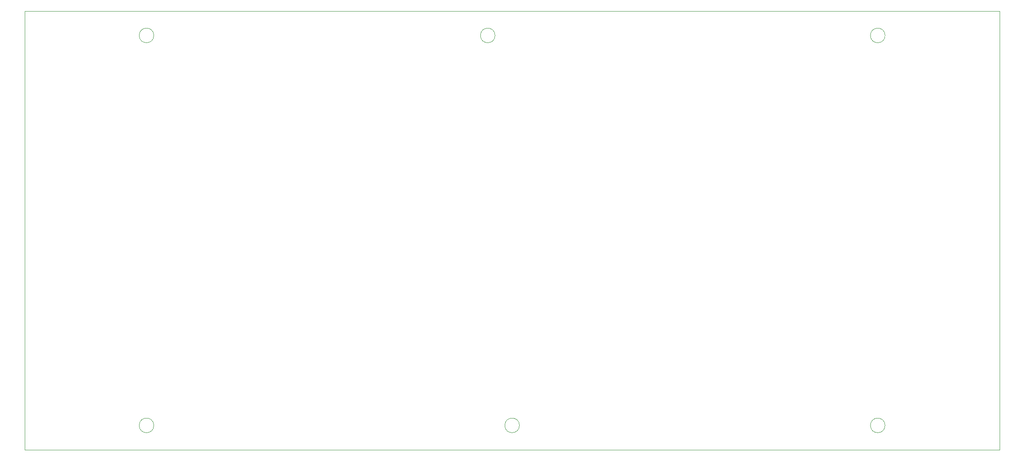
<source format=gbr>
G04 #@! TF.FileFunction,Profile,NP*
%FSLAX46Y46*%
G04 Gerber Fmt 4.6, Leading zero omitted, Abs format (unit mm)*
G04 Created by KiCad (PCBNEW 4.0.1-stable) date 12/11/2016 23:05:32*
%MOMM*%
G01*
G04 APERTURE LIST*
%ADD10C,0.100000*%
G04 APERTURE END LIST*
D10*
X101500000Y5000000D02*
G75*
G03X101500000Y5000000I-1500000J0D01*
G01*
X96500000Y85000000D02*
G75*
G03X96500000Y85000000I-1500000J0D01*
G01*
X176500000Y85000000D02*
G75*
G03X176500000Y85000000I-1500000J0D01*
G01*
X176500000Y5000000D02*
G75*
G03X176500000Y5000000I-1500000J0D01*
G01*
X26500000Y5000000D02*
G75*
G03X26500000Y5000000I-1500000J0D01*
G01*
X26500000Y85000000D02*
G75*
G03X26500000Y85000000I-1500000J0D01*
G01*
X200000000Y90000000D02*
X0Y90000000D01*
X200000000Y0D02*
X200000000Y90000000D01*
X0Y0D02*
X200000000Y0D01*
X0Y90000000D02*
X0Y0D01*
M02*

</source>
